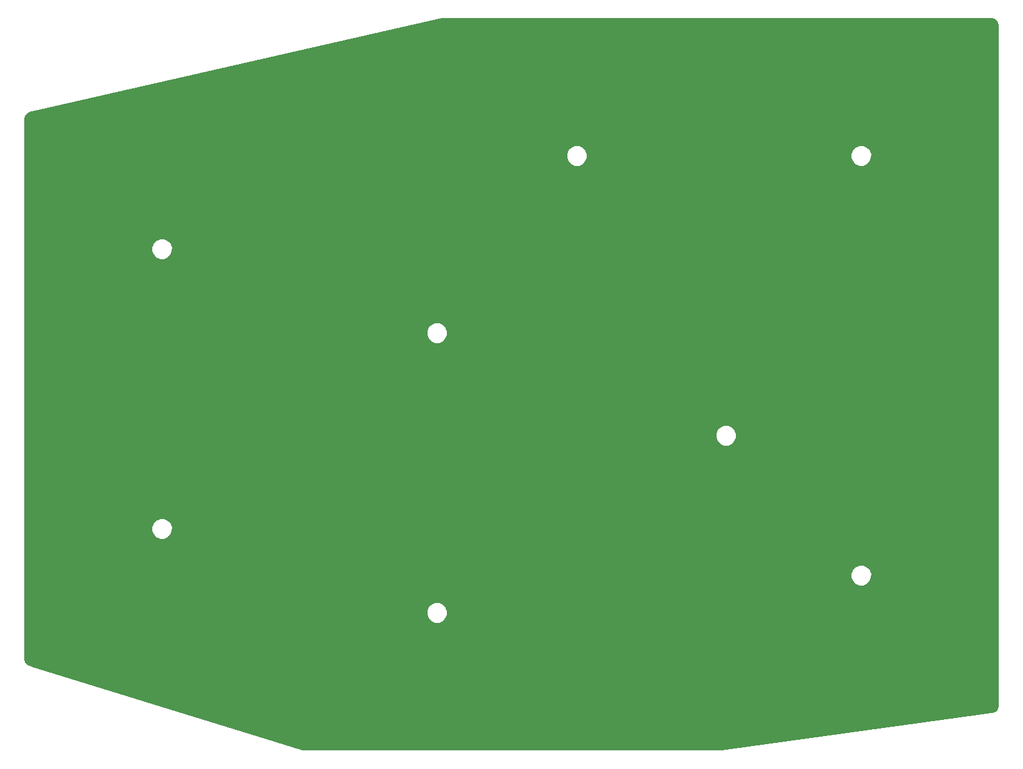
<source format=gbr>
G04 #@! TF.FileFunction,Copper,L1,Top,Signal*
%FSLAX46Y46*%
G04 Gerber Fmt 4.6, Leading zero omitted, Abs format (unit mm)*
G04 Created by KiCad (PCBNEW 4.0.7+dfsg1-1~bpo9+1) date Sat May 26 15:28:48 2018*
%MOMM*%
%LPD*%
G01*
G04 APERTURE LIST*
%ADD10C,0.100000*%
%ADD11R,2.000000X2.000000*%
%ADD12C,0.200000*%
G04 APERTURE END LIST*
D10*
D11*
X163830000Y-76835000D03*
D12*
G36*
X180040788Y-29034335D02*
X180325457Y-29224545D01*
X180515665Y-29509212D01*
X180590000Y-29882917D01*
X180590000Y-122517083D01*
X180515665Y-122890788D01*
X180325457Y-123175455D01*
X180040788Y-123365665D01*
X179641090Y-123445170D01*
X142848575Y-128520000D01*
X85783370Y-128520000D01*
X49009114Y-117107300D01*
X48988890Y-117105177D01*
X48970109Y-117097398D01*
X48559212Y-117015665D01*
X48274545Y-116825457D01*
X48084335Y-116540788D01*
X48010000Y-116167082D01*
X48010000Y-110134236D01*
X102729755Y-110134236D01*
X102943963Y-110652658D01*
X103340256Y-111049643D01*
X103858303Y-111264755D01*
X104419236Y-111265245D01*
X104937658Y-111051037D01*
X105334643Y-110654744D01*
X105549755Y-110136697D01*
X105550245Y-109575764D01*
X105336037Y-109057342D01*
X104939744Y-108660357D01*
X104421697Y-108445245D01*
X103860764Y-108444755D01*
X103342342Y-108658963D01*
X102945357Y-109055256D01*
X102730245Y-109573303D01*
X102729755Y-110134236D01*
X48010000Y-110134236D01*
X48010000Y-105054236D01*
X160514755Y-105054236D01*
X160728963Y-105572658D01*
X161125256Y-105969643D01*
X161643303Y-106184755D01*
X162204236Y-106185245D01*
X162722658Y-105971037D01*
X163119643Y-105574744D01*
X163334755Y-105056697D01*
X163335245Y-104495764D01*
X163121037Y-103977342D01*
X162724744Y-103580357D01*
X162206697Y-103365245D01*
X161645764Y-103364755D01*
X161127342Y-103578963D01*
X160730357Y-103975256D01*
X160515245Y-104493303D01*
X160514755Y-105054236D01*
X48010000Y-105054236D01*
X48010000Y-98704236D01*
X65264755Y-98704236D01*
X65478963Y-99222658D01*
X65875256Y-99619643D01*
X66393303Y-99834755D01*
X66954236Y-99835245D01*
X67472658Y-99621037D01*
X67869643Y-99224744D01*
X68084755Y-98706697D01*
X68085245Y-98145764D01*
X67871037Y-97627342D01*
X67474744Y-97230357D01*
X66956697Y-97015245D01*
X66395764Y-97014755D01*
X65877342Y-97228963D01*
X65480357Y-97625256D01*
X65265245Y-98143303D01*
X65264755Y-98704236D01*
X48010000Y-98704236D01*
X48010000Y-86004236D01*
X142099755Y-86004236D01*
X142313963Y-86522658D01*
X142710256Y-86919643D01*
X143228303Y-87134755D01*
X143789236Y-87135245D01*
X144307658Y-86921037D01*
X144704643Y-86524744D01*
X144919755Y-86006697D01*
X144920245Y-85445764D01*
X144706037Y-84927342D01*
X144309744Y-84530357D01*
X143791697Y-84315245D01*
X143230764Y-84314755D01*
X142712342Y-84528963D01*
X142315357Y-84925256D01*
X142100245Y-85443303D01*
X142099755Y-86004236D01*
X48010000Y-86004236D01*
X48010000Y-72034236D01*
X102729755Y-72034236D01*
X102943963Y-72552658D01*
X103340256Y-72949643D01*
X103858303Y-73164755D01*
X104419236Y-73165245D01*
X104937658Y-72951037D01*
X105334643Y-72554744D01*
X105549755Y-72036697D01*
X105550245Y-71475764D01*
X105336037Y-70957342D01*
X104939744Y-70560357D01*
X104421697Y-70345245D01*
X103860764Y-70344755D01*
X103342342Y-70558963D01*
X102945357Y-70955256D01*
X102730245Y-71473303D01*
X102729755Y-72034236D01*
X48010000Y-72034236D01*
X48010000Y-60604236D01*
X65264755Y-60604236D01*
X65478963Y-61122658D01*
X65875256Y-61519643D01*
X66393303Y-61734755D01*
X66954236Y-61735245D01*
X67472658Y-61521037D01*
X67869643Y-61124744D01*
X68084755Y-60606697D01*
X68085245Y-60045764D01*
X67871037Y-59527342D01*
X67474744Y-59130357D01*
X66956697Y-58915245D01*
X66395764Y-58914755D01*
X65877342Y-59128963D01*
X65480357Y-59525256D01*
X65265245Y-60043303D01*
X65264755Y-60604236D01*
X48010000Y-60604236D01*
X48010000Y-47904236D01*
X121779755Y-47904236D01*
X121993963Y-48422658D01*
X122390256Y-48819643D01*
X122908303Y-49034755D01*
X123469236Y-49035245D01*
X123987658Y-48821037D01*
X124384643Y-48424744D01*
X124599755Y-47906697D01*
X124599757Y-47904236D01*
X160514755Y-47904236D01*
X160728963Y-48422658D01*
X161125256Y-48819643D01*
X161643303Y-49034755D01*
X162204236Y-49035245D01*
X162722658Y-48821037D01*
X163119643Y-48424744D01*
X163334755Y-47906697D01*
X163335245Y-47345764D01*
X163121037Y-46827342D01*
X162724744Y-46430357D01*
X162206697Y-46215245D01*
X161645764Y-46214755D01*
X161127342Y-46428963D01*
X160730357Y-46825256D01*
X160515245Y-47343303D01*
X160514755Y-47904236D01*
X124599757Y-47904236D01*
X124600245Y-47345764D01*
X124386037Y-46827342D01*
X123989744Y-46430357D01*
X123471697Y-46215245D01*
X122910764Y-46214755D01*
X122392342Y-46428963D01*
X121995357Y-46825256D01*
X121780245Y-47343303D01*
X121779755Y-47904236D01*
X48010000Y-47904236D01*
X48010000Y-42582918D01*
X48084335Y-42209212D01*
X48274545Y-41924543D01*
X48559212Y-41734335D01*
X48970109Y-41652602D01*
X48975015Y-41650570D01*
X48980324Y-41650426D01*
X104818198Y-28960000D01*
X179667082Y-28960000D01*
X180040788Y-29034335D01*
X180040788Y-29034335D01*
G37*
X180040788Y-29034335D02*
X180325457Y-29224545D01*
X180515665Y-29509212D01*
X180590000Y-29882917D01*
X180590000Y-122517083D01*
X180515665Y-122890788D01*
X180325457Y-123175455D01*
X180040788Y-123365665D01*
X179641090Y-123445170D01*
X142848575Y-128520000D01*
X85783370Y-128520000D01*
X49009114Y-117107300D01*
X48988890Y-117105177D01*
X48970109Y-117097398D01*
X48559212Y-117015665D01*
X48274545Y-116825457D01*
X48084335Y-116540788D01*
X48010000Y-116167082D01*
X48010000Y-110134236D01*
X102729755Y-110134236D01*
X102943963Y-110652658D01*
X103340256Y-111049643D01*
X103858303Y-111264755D01*
X104419236Y-111265245D01*
X104937658Y-111051037D01*
X105334643Y-110654744D01*
X105549755Y-110136697D01*
X105550245Y-109575764D01*
X105336037Y-109057342D01*
X104939744Y-108660357D01*
X104421697Y-108445245D01*
X103860764Y-108444755D01*
X103342342Y-108658963D01*
X102945357Y-109055256D01*
X102730245Y-109573303D01*
X102729755Y-110134236D01*
X48010000Y-110134236D01*
X48010000Y-105054236D01*
X160514755Y-105054236D01*
X160728963Y-105572658D01*
X161125256Y-105969643D01*
X161643303Y-106184755D01*
X162204236Y-106185245D01*
X162722658Y-105971037D01*
X163119643Y-105574744D01*
X163334755Y-105056697D01*
X163335245Y-104495764D01*
X163121037Y-103977342D01*
X162724744Y-103580357D01*
X162206697Y-103365245D01*
X161645764Y-103364755D01*
X161127342Y-103578963D01*
X160730357Y-103975256D01*
X160515245Y-104493303D01*
X160514755Y-105054236D01*
X48010000Y-105054236D01*
X48010000Y-98704236D01*
X65264755Y-98704236D01*
X65478963Y-99222658D01*
X65875256Y-99619643D01*
X66393303Y-99834755D01*
X66954236Y-99835245D01*
X67472658Y-99621037D01*
X67869643Y-99224744D01*
X68084755Y-98706697D01*
X68085245Y-98145764D01*
X67871037Y-97627342D01*
X67474744Y-97230357D01*
X66956697Y-97015245D01*
X66395764Y-97014755D01*
X65877342Y-97228963D01*
X65480357Y-97625256D01*
X65265245Y-98143303D01*
X65264755Y-98704236D01*
X48010000Y-98704236D01*
X48010000Y-86004236D01*
X142099755Y-86004236D01*
X142313963Y-86522658D01*
X142710256Y-86919643D01*
X143228303Y-87134755D01*
X143789236Y-87135245D01*
X144307658Y-86921037D01*
X144704643Y-86524744D01*
X144919755Y-86006697D01*
X144920245Y-85445764D01*
X144706037Y-84927342D01*
X144309744Y-84530357D01*
X143791697Y-84315245D01*
X143230764Y-84314755D01*
X142712342Y-84528963D01*
X142315357Y-84925256D01*
X142100245Y-85443303D01*
X142099755Y-86004236D01*
X48010000Y-86004236D01*
X48010000Y-72034236D01*
X102729755Y-72034236D01*
X102943963Y-72552658D01*
X103340256Y-72949643D01*
X103858303Y-73164755D01*
X104419236Y-73165245D01*
X104937658Y-72951037D01*
X105334643Y-72554744D01*
X105549755Y-72036697D01*
X105550245Y-71475764D01*
X105336037Y-70957342D01*
X104939744Y-70560357D01*
X104421697Y-70345245D01*
X103860764Y-70344755D01*
X103342342Y-70558963D01*
X102945357Y-70955256D01*
X102730245Y-71473303D01*
X102729755Y-72034236D01*
X48010000Y-72034236D01*
X48010000Y-60604236D01*
X65264755Y-60604236D01*
X65478963Y-61122658D01*
X65875256Y-61519643D01*
X66393303Y-61734755D01*
X66954236Y-61735245D01*
X67472658Y-61521037D01*
X67869643Y-61124744D01*
X68084755Y-60606697D01*
X68085245Y-60045764D01*
X67871037Y-59527342D01*
X67474744Y-59130357D01*
X66956697Y-58915245D01*
X66395764Y-58914755D01*
X65877342Y-59128963D01*
X65480357Y-59525256D01*
X65265245Y-60043303D01*
X65264755Y-60604236D01*
X48010000Y-60604236D01*
X48010000Y-47904236D01*
X121779755Y-47904236D01*
X121993963Y-48422658D01*
X122390256Y-48819643D01*
X122908303Y-49034755D01*
X123469236Y-49035245D01*
X123987658Y-48821037D01*
X124384643Y-48424744D01*
X124599755Y-47906697D01*
X124599757Y-47904236D01*
X160514755Y-47904236D01*
X160728963Y-48422658D01*
X161125256Y-48819643D01*
X161643303Y-49034755D01*
X162204236Y-49035245D01*
X162722658Y-48821037D01*
X163119643Y-48424744D01*
X163334755Y-47906697D01*
X163335245Y-47345764D01*
X163121037Y-46827342D01*
X162724744Y-46430357D01*
X162206697Y-46215245D01*
X161645764Y-46214755D01*
X161127342Y-46428963D01*
X160730357Y-46825256D01*
X160515245Y-47343303D01*
X160514755Y-47904236D01*
X124599757Y-47904236D01*
X124600245Y-47345764D01*
X124386037Y-46827342D01*
X123989744Y-46430357D01*
X123471697Y-46215245D01*
X122910764Y-46214755D01*
X122392342Y-46428963D01*
X121995357Y-46825256D01*
X121780245Y-47343303D01*
X121779755Y-47904236D01*
X48010000Y-47904236D01*
X48010000Y-42582918D01*
X48084335Y-42209212D01*
X48274545Y-41924543D01*
X48559212Y-41734335D01*
X48970109Y-41652602D01*
X48975015Y-41650570D01*
X48980324Y-41650426D01*
X104818198Y-28960000D01*
X179667082Y-28960000D01*
X180040788Y-29034335D01*
M02*

</source>
